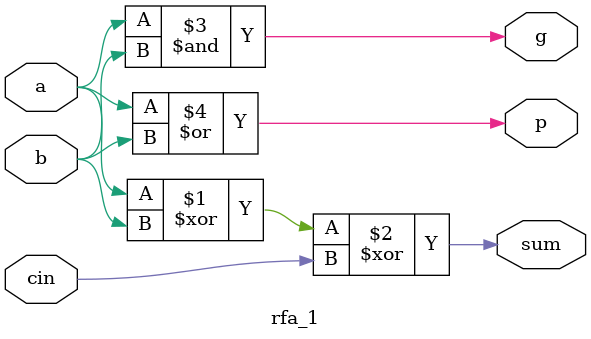
<source format=v>
module rfa_1 (sum, g, p, a, b, cin);
   output sum;
   output g;
   output p;
   input a;
   input b;
   input cin;
   assign sum = a ^ b ^ cin;
   assign g = a & b;
   assign p = a | b;
endmodule
</source>
